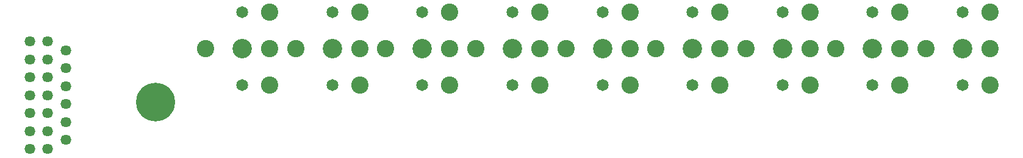
<source format=gts>
%TF.GenerationSoftware,KiCad,Pcbnew,5.1.12-1.fc35*%
%TF.CreationDate,2022-04-30T07:47:03-07:00*%
%TF.ProjectId,right,72696768-742e-46b6-9963-61645f706362,v1.2*%
%TF.SameCoordinates,Original*%
%TF.FileFunction,Soldermask,Top*%
%TF.FilePolarity,Negative*%
%FSLAX46Y46*%
G04 Gerber Fmt 4.6, Leading zero omitted, Abs format (unit mm)*
G04 Created by KiCad (PCBNEW 5.1.12-1.fc35) date 2022-04-30 07:47:03*
%MOMM*%
%LPD*%
G01*
G04 APERTURE LIST*
%ADD10C,1.463600*%
%ADD11C,2.401600*%
%ADD12C,2.701600*%
%ADD13C,1.651600*%
%ADD14C,5.401600*%
G04 APERTURE END LIST*
D10*
%TO.C,J1*%
X82000000Y-110000000D03*
X82000000Y-107500000D03*
X82000000Y-105000000D03*
X82000000Y-102500000D03*
X82000000Y-100000000D03*
X82000000Y-97500000D03*
X82000000Y-95000000D03*
X87000000Y-108750000D03*
X87000000Y-106250000D03*
X87000000Y-103750000D03*
X87000000Y-101250000D03*
X87000000Y-98750000D03*
X87000000Y-96250000D03*
X84500000Y-110000000D03*
X84500000Y-107500000D03*
X84500000Y-105000000D03*
X84500000Y-102500000D03*
X84500000Y-100000000D03*
X84500000Y-97500000D03*
X84500000Y-95000000D03*
%TD*%
D11*
%TO.C,F11*%
X140310000Y-90920000D03*
X140310000Y-96000000D03*
D12*
X136500000Y-96000000D03*
D11*
X140310000Y-101080000D03*
X131420000Y-96000000D03*
D13*
X136500000Y-90920000D03*
X136500000Y-101080000D03*
%TD*%
D11*
%TO.C,F9*%
X115310000Y-90920000D03*
X115310000Y-96000000D03*
D12*
X111500000Y-96000000D03*
D11*
X115310000Y-101080000D03*
X106420000Y-96000000D03*
D13*
X111500000Y-90920000D03*
X111500000Y-101080000D03*
%TD*%
D11*
%TO.C,F10*%
X127810000Y-90920000D03*
X127810000Y-96000000D03*
D12*
X124000000Y-96000000D03*
D11*
X127810000Y-101080000D03*
X118920000Y-96000000D03*
D13*
X124000000Y-90920000D03*
X124000000Y-101080000D03*
%TD*%
D11*
%TO.C,F12*%
X152810000Y-90920000D03*
X152810000Y-96000000D03*
D12*
X149000000Y-96000000D03*
D11*
X152810000Y-101080000D03*
X143920000Y-96000000D03*
D13*
X149000000Y-90920000D03*
X149000000Y-101080000D03*
%TD*%
D11*
%TO.C,P-S1*%
X165310000Y-90920000D03*
X165310000Y-96000000D03*
D12*
X161500000Y-96000000D03*
D11*
X165310000Y-101080000D03*
X156420000Y-96000000D03*
D13*
X161500000Y-90920000D03*
X161500000Y-101080000D03*
%TD*%
D11*
%TO.C,S-L1*%
X177810000Y-90920000D03*
X177810000Y-96000000D03*
D12*
X174000000Y-96000000D03*
D11*
X177810000Y-101080000D03*
X168920000Y-96000000D03*
D13*
X174000000Y-90920000D03*
X174000000Y-101080000D03*
%TD*%
D11*
%TO.C,P-B1*%
X190310000Y-90920000D03*
X190310000Y-96000000D03*
D12*
X186500000Y-96000000D03*
D11*
X190310000Y-101080000D03*
X181420000Y-96000000D03*
D13*
X186500000Y-90920000D03*
X186500000Y-101080000D03*
%TD*%
D11*
%TO.C,KP1*%
X202810000Y-90920000D03*
X202810000Y-96000000D03*
D12*
X199000000Y-96000000D03*
D11*
X202810000Y-101080000D03*
X193920000Y-96000000D03*
D13*
X199000000Y-90920000D03*
X199000000Y-101080000D03*
%TD*%
D11*
%TO.C,PG1*%
X215310000Y-90920000D03*
X215310000Y-96000000D03*
D12*
X211500000Y-96000000D03*
D11*
X215310000Y-101080000D03*
X206420000Y-96000000D03*
D13*
X211500000Y-90920000D03*
X211500000Y-101080000D03*
%TD*%
D14*
%TO.C,H1*%
X99500000Y-103500000D03*
%TD*%
M02*

</source>
